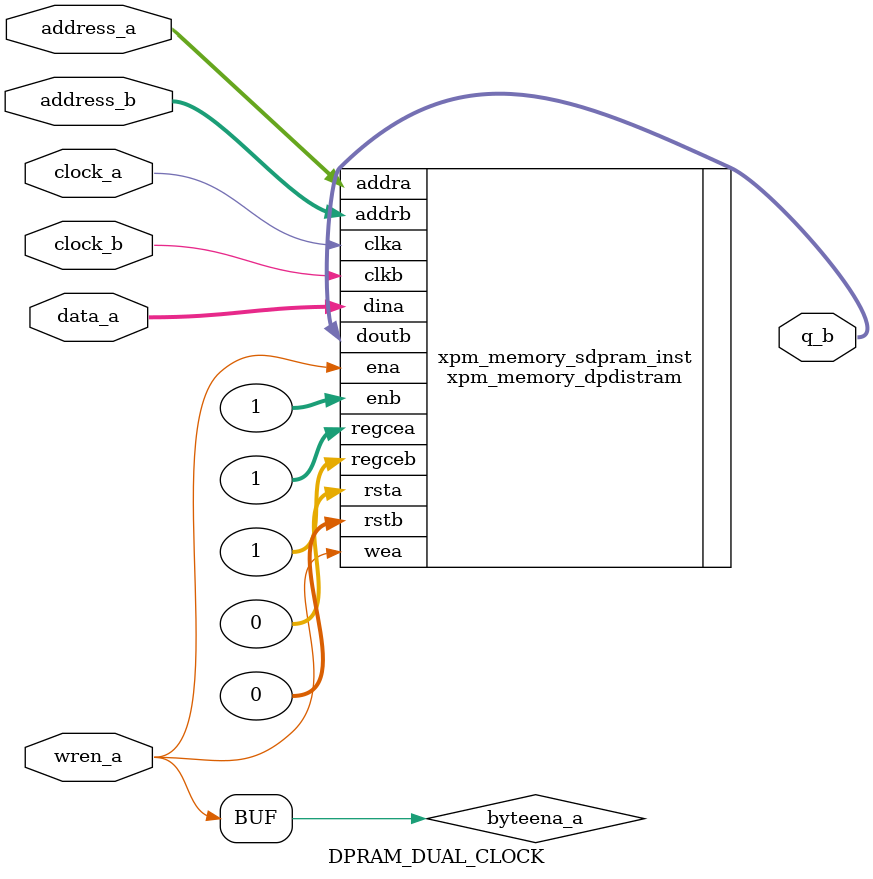
<source format=v>

module DPRAM_DUAL_CLOCK 
    #(parameter 
        numwords_a=32,
        numwords_b=32,
        widthad_a=32,
        widthad_b=32,
        width_a=32,
        width_b=32
    )
    (
        input [widthad_a-1:0] address_a,
        input clock_a,
        input clock_b,
        input [width_a-1:0] data_a,
        output [width_b-1:0] q_b,
        input wren_a,
        input [widthad_b-1:0] address_b
    );

wire [0:0] byteena_a;

assign byteena_a[0] = wren_a;

xpm_memory_dpdistram #(
    .ADDR_WIDTH_A(widthad_a), // DECIMAL
    .ADDR_WIDTH_B(widthad_b), // DECIMAL
    .BYTE_WRITE_WIDTH_A(width_a), // DECIMAL
    .CLOCKING_MODE("independent_clock"), // String
    .MEMORY_INIT_FILE("none"), // String
    .MEMORY_INIT_PARAM("0"), // String
    .MEMORY_OPTIMIZATION("true"), // String
    .MEMORY_SIZE(numwords_a*width_a), // DECIMAL
    .MESSAGE_CONTROL(0), // DECIMAL
    .READ_DATA_WIDTH_A(width_b), // DECIMAL
    .READ_DATA_WIDTH_B(width_b), // DECIMAL
    .READ_LATENCY_B(1), // DECIMAL
    .READ_RESET_VALUE_B("0"), // String
    .RST_MODE_A("SYNC"), // String
    .RST_MODE_B("SYNC"), // String
    .SIM_ASSERT_CHK(0), // DECIMAL; 0=disable simulation messages, 1=enable simulation messages
    .USE_EMBEDDED_CONSTRAINT(1), // DECIMAL
    .USE_MEM_INIT(1), // DECIMAL
    .USE_MEM_INIT_MMI(0), // DECIMAL
    .WRITE_DATA_WIDTH_A(width_a)
) xpm_memory_sdpram_inst
(
    .doutb(q_b),         // READ_DATA_WIDTH_B-bit output: Data output for port B read operations.
    .addra(address_a),   // ADDR_WIDTH_A-bit input: Address for port A write operations.
    .addrb(address_b),   // ADDR_WIDTH_B-bit input: Address for port B read operations.
    .clka(clock_a),      // 1-bit input: Clock signal for port A. Also clocks port B when
    .clkb(clock_b),      // 1-bit input: Clock signal for port B when parameter CLOCKING_MODE is
                        // "independent_clock". Unused when parameter CLOCKING_MODE is
                          // "common_clock".
    .dina(data_a),       // WRITE_DATA_WIDTH_A-bit input: Data input for port A write operations.
    .ena(wren_a),        // 1-bit input: Memory enable signal for port A. Must be high on clock
    .enb(1),           // 1-bit input: Memory enable signal for port B. Must be high on clock
    .regceb(1),         // 1-bit input: Clock Enable for the last register stage on the output
                           // data path.
    .rsta(0),           // 1-bit input: Reset signal for the final port B output register

    .rstb(0),           // 1-bit input: Reset signal for the final port B output register
                           // stage. Synchronously resets output port doutb to the value specified
                           // by parameter READ_RESET_VALUE_B.
    .wea(byteena_a),      // WRITE_DATA_WIDTH_A/BYTE_WRITE_WIDTH_A-bit input: Write enable vector
                           // for port A input data port dina. 1 bit wide when word-wide writes
                           // are used. In byte-wide write configurations, each bit controls the
                           // writing one byte of dina to address addra. For example, to
                           // synchronously write only bits [15-8] of dina when WRITE_DATA_WIDTH_A
                           // is 32, wea would be 4'b0010.
    .regcea(1)
);

endmodule

</source>
